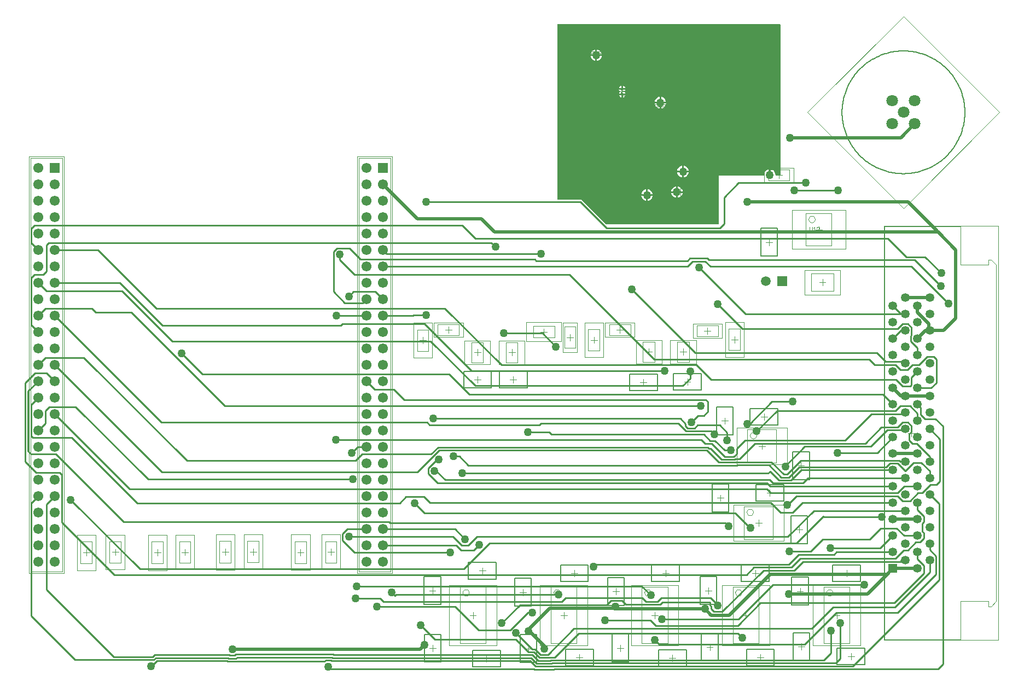
<source format=gbl>
G04*
G04 #@! TF.GenerationSoftware,Altium Limited,Altium Designer,19.0.15 (446)*
G04*
G04 Layer_Physical_Order=2*
G04 Layer_Color=16711680*
%FSLAX25Y25*%
%MOIN*%
G70*
G01*
G75*
%ADD11C,0.00394*%
%ADD14C,0.00787*%
%ADD16C,0.01000*%
%ADD17C,0.00197*%
%ADD75C,0.01968*%
%ADD78C,0.07087*%
%ADD79R,0.05906X0.05906*%
%ADD80C,0.05906*%
%ADD81C,0.06102*%
%ADD82R,0.06102X0.06102*%
%ADD83C,0.05315*%
%ADD84R,0.05315X0.05315*%
%ADD85C,0.05000*%
%ADD86C,0.01968*%
G36*
X465394Y394267D02*
X465394Y302948D01*
X464926Y302480D01*
X462620D01*
X462448Y302677D01*
X462327Y303591D01*
X461974Y304442D01*
X461413Y305173D01*
X460682Y305734D01*
X459831Y306087D01*
X459417Y306142D01*
Y302677D01*
X458417D01*
Y306142D01*
X458004Y306087D01*
X457152Y305734D01*
X456421Y305173D01*
X455860Y304442D01*
X455507Y303591D01*
X455387Y302677D01*
X455214Y302480D01*
X427953D01*
X427953Y273145D01*
X427485Y272677D01*
X359069D01*
X344518Y287228D01*
X344093Y287513D01*
X343590Y287613D01*
X329646D01*
Y394543D01*
X368779Y394593D01*
Y394593D01*
X368785D01*
X369213Y394594D01*
X369214Y394593D01*
X465040Y394620D01*
X465394Y394267D01*
D02*
G37*
%LPC*%
G36*
X353650Y379134D02*
Y376169D01*
X356614D01*
X356559Y376583D01*
X356207Y377434D01*
X355646Y378165D01*
X354915Y378726D01*
X354063Y379079D01*
X353650Y379134D01*
D02*
G37*
G36*
X352650D02*
X352236Y379079D01*
X351384Y378726D01*
X350653Y378165D01*
X350092Y377434D01*
X349740Y376583D01*
X349685Y376169D01*
X352650D01*
Y379134D01*
D02*
G37*
G36*
X356614Y375169D02*
X353650D01*
Y372205D01*
X354063Y372259D01*
X354915Y372612D01*
X355646Y373173D01*
X356207Y373904D01*
X356559Y374756D01*
X356614Y375169D01*
D02*
G37*
G36*
X352650D02*
X349685D01*
X349740Y374756D01*
X350092Y373904D01*
X350653Y373173D01*
X351384Y372612D01*
X352236Y372259D01*
X352650Y372205D01*
Y375169D01*
D02*
G37*
G36*
X369429Y357054D02*
Y355630D01*
X370853D01*
X370798Y355904D01*
X370360Y356561D01*
X370051Y356767D01*
X369703Y356999D01*
X369429Y357054D01*
D02*
G37*
G36*
X368429D02*
X368155Y356999D01*
X367499Y356561D01*
X367060Y355904D01*
X367005Y355630D01*
X368429D01*
Y357054D01*
D02*
G37*
G36*
X370853Y354630D02*
X367005D01*
X367060Y354356D01*
X367354Y353916D01*
X367457Y353555D01*
X367354Y353195D01*
X367060Y352755D01*
X367005Y352480D01*
X370853D01*
X370798Y352755D01*
X370504Y353195D01*
X370401Y353555D01*
X370504Y353916D01*
X370798Y354356D01*
X370853Y354630D01*
D02*
G37*
G36*
Y351480D02*
X369429D01*
Y350057D01*
X369703Y350111D01*
X370360Y350550D01*
X370798Y351206D01*
X370853Y351480D01*
D02*
G37*
G36*
X368429D02*
X367005D01*
X367060Y351206D01*
X367499Y350550D01*
X368155Y350111D01*
X368429Y350057D01*
Y351480D01*
D02*
G37*
G36*
X392744Y350275D02*
Y347311D01*
X395709D01*
X395654Y347725D01*
X395301Y348576D01*
X394740Y349307D01*
X394009Y349868D01*
X393158Y350221D01*
X392744Y350275D01*
D02*
G37*
G36*
X391744D02*
X391331Y350221D01*
X390479Y349868D01*
X389748Y349307D01*
X389187Y348576D01*
X388834Y347725D01*
X388780Y347311D01*
X391744D01*
Y350275D01*
D02*
G37*
G36*
X395709Y346311D02*
X392744D01*
Y343347D01*
X393158Y343401D01*
X394009Y343754D01*
X394740Y344315D01*
X395301Y345046D01*
X395654Y345897D01*
X395709Y346311D01*
D02*
G37*
G36*
X391744D02*
X388780D01*
X388834Y345897D01*
X389187Y345046D01*
X389748Y344315D01*
X390479Y343754D01*
X391331Y343401D01*
X391744Y343347D01*
Y346311D01*
D02*
G37*
G36*
X406521Y308266D02*
Y305301D01*
X409486D01*
X409431Y305715D01*
X409079Y306566D01*
X408518Y307297D01*
X407787Y307858D01*
X406935Y308211D01*
X406521Y308266D01*
D02*
G37*
G36*
X405521D02*
X405108Y308211D01*
X404256Y307858D01*
X403525Y307297D01*
X402964Y306566D01*
X402611Y305715D01*
X402557Y305301D01*
X405521D01*
Y308266D01*
D02*
G37*
G36*
X409486Y304301D02*
X406521D01*
Y301337D01*
X406935Y301391D01*
X407787Y301744D01*
X408518Y302305D01*
X408996Y302929D01*
X409079Y303036D01*
X409431Y303888D01*
X409486Y304301D01*
D02*
G37*
G36*
X405521D02*
X402557D01*
X402611Y303888D01*
X402964Y303036D01*
X403525Y302305D01*
X404256Y301744D01*
X405108Y301391D01*
X405521Y301337D01*
Y304301D01*
D02*
G37*
G36*
X402783Y295748D02*
Y292783D01*
X405748D01*
X405693Y293197D01*
X405341Y294049D01*
X404780Y294780D01*
X404048Y295341D01*
X403197Y295693D01*
X402783Y295748D01*
D02*
G37*
G36*
X401783D02*
X401370Y295693D01*
X400518Y295341D01*
X399787Y294780D01*
X399226Y294049D01*
X398873Y293197D01*
X398819Y292783D01*
X401783D01*
Y295748D01*
D02*
G37*
G36*
X384634Y293940D02*
Y290976D01*
X387598D01*
X387544Y291389D01*
X387191Y292241D01*
X386630Y292972D01*
X385899Y293533D01*
X385048Y293885D01*
X384634Y293940D01*
D02*
G37*
G36*
X383634D02*
X383220Y293885D01*
X382369Y293533D01*
X381638Y292972D01*
X381077Y292241D01*
X380724Y291389D01*
X380669Y290976D01*
X383634D01*
Y293940D01*
D02*
G37*
G36*
X405748Y291783D02*
X402783D01*
Y288819D01*
X403197Y288874D01*
X404048Y289226D01*
X404780Y289787D01*
X405341Y290518D01*
X405693Y291370D01*
X405748Y291783D01*
D02*
G37*
G36*
X401783D02*
X398819D01*
X398873Y291370D01*
X399226Y290518D01*
X399787Y289787D01*
X400518Y289226D01*
X401370Y288874D01*
X401783Y288819D01*
Y291783D01*
D02*
G37*
G36*
X387598Y289976D02*
X384634D01*
Y287011D01*
X385048Y287066D01*
X385899Y287418D01*
X386630Y287979D01*
X387191Y288710D01*
X387544Y289562D01*
X387598Y289976D01*
D02*
G37*
G36*
X383634D02*
X380669D01*
X380724Y289562D01*
X381077Y288710D01*
X381638Y287979D01*
X382369Y287418D01*
X383220Y287066D01*
X383634Y287011D01*
Y289976D01*
D02*
G37*
%LPD*%
D11*
X483280Y270843D02*
Y268875D01*
X483673Y268481D01*
X484460D01*
X484854Y268875D01*
Y270843D01*
X485641Y268481D02*
X486428D01*
X486034D01*
Y270843D01*
X485641Y270449D01*
X489183Y268481D02*
X487609D01*
X489183Y270056D01*
Y270449D01*
X488790Y270843D01*
X488002D01*
X487609Y270449D01*
X450787Y143976D02*
X450524Y144961D01*
X449803Y145681D01*
X448819Y145945D01*
X447835Y145681D01*
X447114Y144961D01*
X446850Y143976D01*
X447114Y142992D01*
X447835Y142272D01*
X448819Y142008D01*
X449803Y142272D01*
X450524Y142992D01*
X450787Y143976D01*
X448701Y97165D02*
X448437Y98150D01*
X447717Y98870D01*
X446732Y99134D01*
X445748Y98870D01*
X445027Y98150D01*
X444764Y97165D01*
X445027Y96181D01*
X445748Y95461D01*
X446732Y95197D01*
X447717Y95461D01*
X448437Y96181D01*
X448701Y97165D01*
X371488Y352571D02*
X371187Y353497D01*
X370400Y354069D01*
X369427D01*
X368639Y353497D01*
X368339Y352571D01*
X368639Y351645D01*
X369427Y351073D01*
X370400D01*
X371187Y351645D01*
X371488Y352571D01*
X486417Y275781D02*
X486154Y276765D01*
X485433Y277485D01*
X484449Y277749D01*
X483465Y277485D01*
X482744Y276765D01*
X482480Y275781D01*
X482744Y274796D01*
X483465Y274076D01*
X484449Y273812D01*
X485433Y274076D01*
X486154Y274796D01*
X486417Y275781D01*
X497312Y48156D02*
X497048Y49140D01*
X496328Y49861D01*
X495343Y50125D01*
X494359Y49861D01*
X493639Y49140D01*
X493375Y48156D01*
X493639Y47172D01*
X494359Y46451D01*
X495343Y46188D01*
X496328Y46451D01*
X497048Y47172D01*
X497312Y48156D01*
X441901Y48156D02*
X441638Y49140D01*
X440917Y49861D01*
X439933Y50125D01*
X438948Y49861D01*
X438228Y49140D01*
X437964Y48156D01*
X438228Y47172D01*
X438948Y46451D01*
X439933Y46188D01*
X440917Y46451D01*
X441638Y47172D01*
X441901Y48156D01*
X386491Y48156D02*
X386227Y49140D01*
X385506Y49861D01*
X384522Y50125D01*
X383538Y49861D01*
X382817Y49140D01*
X382554Y48156D01*
X382817Y47172D01*
X383538Y46451D01*
X384522Y46188D01*
X385506Y46451D01*
X386227Y47172D01*
X386491Y48156D01*
X331080D02*
X330816Y49140D01*
X330096Y49861D01*
X329111Y50125D01*
X328127Y49861D01*
X327407Y49140D01*
X327143Y48156D01*
X327407Y47172D01*
X328127Y46451D01*
X329111Y46188D01*
X330096Y46451D01*
X330816Y47172D01*
X331080Y48156D01*
X275669D02*
X275406Y49140D01*
X274685Y49861D01*
X273701Y50125D01*
X272716Y49861D01*
X271996Y49140D01*
X271732Y48156D01*
X271996Y47172D01*
X272716Y46451D01*
X273701Y46188D01*
X274685Y46451D01*
X275406Y47172D01*
X275669Y48156D01*
X386732Y345630D02*
Y359016D01*
X397756Y345630D02*
Y359016D01*
X386732Y345630D02*
X397756D01*
X386732Y359016D02*
X397756D01*
X244036Y195433D02*
Y208425D01*
X250925Y195433D02*
Y208425D01*
X244036Y195433D02*
X250925D01*
X244036Y208425D02*
X250925D01*
X404646Y277323D02*
Y295433D01*
X414882Y277323D02*
Y295433D01*
X404646D02*
X414882D01*
X404646Y277323D02*
X414882D01*
X458130Y305925D02*
X470925D01*
X458130Y299429D02*
X470925D01*
X458130D02*
Y305925D01*
X470925Y299429D02*
Y305925D01*
X381670Y188780D02*
X388757D01*
X381670Y200984D02*
X388757D01*
Y188780D02*
Y200984D01*
X381670Y188780D02*
Y200984D01*
X445276Y127441D02*
X462992D01*
X445276Y147520D02*
X462992D01*
Y127441D02*
Y147520D01*
X445276Y127441D02*
Y147520D01*
X123543Y79567D02*
X130630D01*
X123543Y66181D02*
X130630D01*
Y79567D01*
X123543Y66181D02*
Y79567D01*
X443189Y80630D02*
Y100709D01*
X460906Y80630D02*
Y100709D01*
X443189D02*
X460906D01*
X443189Y80630D02*
X460906D01*
X298167Y188465D02*
Y200669D01*
X305253Y188465D02*
Y200669D01*
X298167D02*
X305253D01*
X298167Y188465D02*
X305253D01*
X277222D02*
Y200669D01*
X284308Y188465D02*
Y200669D01*
X277222D02*
X284308D01*
X277222Y188465D02*
X284308D01*
X402615Y188780D02*
Y200984D01*
X409702Y188780D02*
Y200984D01*
X402615D02*
X409702D01*
X402615Y188780D02*
X409702D01*
X373063Y349421D02*
Y357689D01*
X364795Y349421D02*
Y357689D01*
Y349421D02*
X373063D01*
X364795Y357689D02*
X373063D01*
X338346Y343386D02*
X350157D01*
Y355197D01*
X338346D02*
X350157D01*
X338346Y343386D02*
Y355197D01*
X227886Y61008D02*
Y313016D01*
X208398D02*
X227886D01*
X208398Y61008D02*
Y313016D01*
Y61008D02*
X227886D01*
X497716Y231929D02*
Y242559D01*
X484331Y231929D02*
Y242559D01*
Y231929D02*
X497716D01*
X484331Y242559D02*
X497716D01*
X348976Y319095D02*
Y329724D01*
X369449Y319095D02*
Y329724D01*
X348976D02*
X369449D01*
X348976Y319095D02*
X369449D01*
X480905Y259639D02*
X496654D01*
X480905Y279324D02*
X496654D01*
Y259639D02*
Y279324D01*
X480905Y259639D02*
Y279324D01*
X575628Y247988D02*
X592203D01*
X575274D02*
Y270913D01*
X528819Y271220D02*
X575274D01*
X528818Y19607D02*
X575275D01*
X528819Y19606D02*
Y271220D01*
X575276Y19606D02*
Y42834D01*
X575280Y42838D01*
X592205D01*
X596929Y42834D02*
Y247992D01*
X593780Y251141D02*
X596929Y247992D01*
X592205Y251141D02*
X593780D01*
X592205Y247990D02*
Y251141D01*
X593780Y39685D02*
X596929Y42834D01*
X592205Y39685D02*
X593780D01*
X592205D02*
Y42838D01*
X333798Y197165D02*
X340491D01*
X333798Y210157D02*
X340491D01*
X333798Y197165D02*
Y210157D01*
X340491Y197165D02*
Y210157D01*
X491800Y17152D02*
Y51601D01*
X507548Y17152D02*
Y51601D01*
X491800D02*
X507548D01*
X491800Y17152D02*
X507548D01*
X140650Y79567D02*
X147539D01*
X140650Y66575D02*
X147539D01*
Y79567D01*
X140650Y66575D02*
Y79567D01*
X82205Y65905D02*
Y79291D01*
X89291Y65905D02*
Y79291D01*
X82205Y65905D02*
X89291D01*
X82205Y79291D02*
X89291D01*
X169449Y79409D02*
X176535D01*
X169449Y66024D02*
X176535D01*
Y79409D01*
X169449Y66024D02*
Y79409D01*
X188090Y79410D02*
X194980D01*
X188090Y66418D02*
X194980D01*
Y79410D01*
X188090Y66418D02*
Y79410D01*
X38858Y79331D02*
X45945D01*
X38858Y65945D02*
X45945D01*
Y79331D01*
X38858Y65945D02*
Y79331D01*
X56594Y79331D02*
X63484D01*
X56594Y66339D02*
X63484D01*
Y79331D01*
X56594Y66339D02*
Y79331D01*
X99035Y79292D02*
X105925D01*
X99035Y66299D02*
X105925D01*
Y79292D01*
X99035Y66299D02*
Y79292D01*
X436389Y17152D02*
Y51601D01*
X452137Y17152D02*
Y51601D01*
X436389D02*
X452137D01*
X436389Y17152D02*
X452137D01*
X380979D02*
Y51601D01*
X396727Y17152D02*
Y51601D01*
X380979D02*
X396727D01*
X380979Y17152D02*
X396727D01*
X325568D02*
Y51601D01*
X341316Y17152D02*
Y51601D01*
X325568D02*
X341316D01*
X325568Y17152D02*
X341316D01*
X270157D02*
Y51601D01*
X285905Y17152D02*
Y51601D01*
X270157D02*
X285905D01*
X270157Y17152D02*
X285905D01*
X374016Y204921D02*
Y211614D01*
X361024Y204921D02*
Y211614D01*
Y204921D02*
X374016D01*
X361024Y211614D02*
X374016D01*
X348327Y208622D02*
X355217D01*
X348327Y195630D02*
X355217D01*
Y208622D01*
X348327Y195630D02*
Y208622D01*
X433957Y208937D02*
X440847D01*
X433957Y195945D02*
X440847D01*
Y208937D01*
X433957Y195945D02*
Y208937D01*
X414449Y204291D02*
Y210984D01*
X427441Y204291D02*
Y210984D01*
X414449D02*
X427441D01*
X414449Y204291D02*
X427441D01*
X269646Y204961D02*
Y211653D01*
X256654Y204961D02*
Y211653D01*
Y204961D02*
X269646D01*
X256654Y211653D02*
X269646D01*
X327695Y203681D02*
Y210571D01*
X314703Y203681D02*
Y210571D01*
Y203681D02*
X327695D01*
X314703Y210571D02*
X327695D01*
X27886Y61008D02*
Y313016D01*
X8398D02*
X27886D01*
X8398Y61008D02*
Y313016D01*
Y61008D02*
X27886D01*
X347638Y363464D02*
X358661D01*
X347638Y376850D02*
X358661D01*
X347638Y363464D02*
Y376850D01*
X358661Y363464D02*
Y376850D01*
X390276Y352323D02*
X394213D01*
X392244Y350354D02*
Y354291D01*
X422362Y12992D02*
Y16929D01*
X420394Y14961D02*
X424331D01*
X367874Y12480D02*
Y16417D01*
X365906Y14449D02*
X369843D01*
X284291Y7992D02*
X288228D01*
X286260Y6024D02*
Y9961D01*
X311732Y12087D02*
Y16024D01*
X309764Y14055D02*
X313701D01*
X245512Y201929D02*
X249449D01*
X247480Y199961D02*
Y203898D01*
X407795Y286378D02*
X411732D01*
X409764Y284409D02*
Y288346D01*
X464528Y300709D02*
Y304646D01*
X462559Y302677D02*
X466496D01*
X408701Y174646D02*
Y178583D01*
X406732Y176614D02*
X410669D01*
X381969Y174449D02*
Y178386D01*
X380000Y176417D02*
X383937D01*
X302638Y176024D02*
Y179961D01*
X300669Y177992D02*
X304606D01*
X280827Y176024D02*
Y179961D01*
X278858Y177992D02*
X282795D01*
X253504Y12365D02*
Y16302D01*
X251535Y14334D02*
X255472D01*
X281811Y61496D02*
X285748D01*
X283780Y59528D02*
Y63465D01*
X340984Y8583D02*
X344921D01*
X342953Y6614D02*
Y10551D01*
X397598Y8228D02*
X401535D01*
X399567Y6260D02*
Y10197D01*
X419528Y49409D02*
X423465D01*
X421496Y47441D02*
Y51378D01*
X503780Y60000D02*
X507717D01*
X505748Y58032D02*
Y61969D01*
X506496Y9449D02*
X510433D01*
X508465Y7480D02*
Y11417D01*
X451220Y8622D02*
X455157D01*
X453189Y6654D02*
Y10591D01*
X478071Y13268D02*
Y17205D01*
X476102Y15236D02*
X480039D01*
X475394Y49094D02*
X479331D01*
X477362Y47126D02*
Y51063D01*
X481902Y340857D02*
X540363Y282396D01*
X481902Y340857D02*
X540363Y399319D01*
X598825Y340857D01*
X540363Y282396D02*
X598825Y340857D01*
X385214Y192913D02*
Y196850D01*
X383245Y194882D02*
X387182D01*
X454134Y135512D02*
Y139449D01*
X452165Y137480D02*
X456102D01*
X448071Y59921D02*
X452008D01*
X450039Y57953D02*
Y61890D01*
X393425Y60000D02*
X397362D01*
X395394Y58032D02*
Y61969D01*
X337874Y59921D02*
X341811D01*
X339843Y57953D02*
Y61890D01*
X458454Y259750D02*
Y263687D01*
X456485Y261719D02*
X460422D01*
X408296Y305301D02*
X412233D01*
X410265Y303333D02*
Y307270D01*
X384134Y284764D02*
Y288701D01*
X382165Y286732D02*
X386102D01*
X127087Y70906D02*
Y74843D01*
X125118Y72874D02*
X129055D01*
X365197Y46929D02*
Y50866D01*
X363228Y48898D02*
X367165D01*
X308465Y46417D02*
Y50354D01*
X306496Y48386D02*
X310433D01*
X253346Y47402D02*
Y51339D01*
X251378Y49370D02*
X255315D01*
X477992Y123583D02*
Y127520D01*
X476024Y125551D02*
X479961D01*
X476969Y84528D02*
Y88465D01*
X475000Y86496D02*
X478937D01*
X453504Y155407D02*
X457441D01*
X455472Y153438D02*
Y157375D01*
X457008Y108937D02*
X460945D01*
X458976Y106969D02*
Y110906D01*
X428858Y103858D02*
Y107795D01*
X426890Y105827D02*
X430827D01*
X431378Y150866D02*
Y154803D01*
X429409Y152835D02*
X433346D01*
X450079Y90669D02*
X454016D01*
X452047Y88701D02*
Y92638D01*
X299741Y194567D02*
X303678D01*
X301710Y192598D02*
Y196535D01*
X278797Y194567D02*
X282734D01*
X280765Y192598D02*
Y196535D01*
X404190Y194882D02*
X408127D01*
X406158Y192913D02*
Y196850D01*
X366961Y353555D02*
X370898D01*
X368929Y351587D02*
Y355524D01*
X344252Y347323D02*
Y351260D01*
X342283Y349291D02*
X346220D01*
X489055Y237244D02*
X492992D01*
X491024Y235276D02*
Y239213D01*
X357244Y324409D02*
X361181D01*
X359213Y322441D02*
Y326378D01*
X488780Y267513D02*
Y271450D01*
X486811Y269481D02*
X490748D01*
X545128Y143444D02*
Y147381D01*
X543159Y145413D02*
X547096D01*
X337145Y201693D02*
Y205630D01*
X335176Y203661D02*
X339113D01*
X497706Y34377D02*
X501643D01*
X499674Y32408D02*
Y36345D01*
X144094Y71103D02*
Y75040D01*
X142126Y73071D02*
X146063D01*
X83780Y72598D02*
X87717D01*
X85748Y70630D02*
Y74567D01*
X172992Y70748D02*
Y74685D01*
X171024Y72716D02*
X174961D01*
X191535Y70945D02*
Y74882D01*
X189567Y72914D02*
X193504D01*
X42402Y70669D02*
Y74606D01*
X40433Y72638D02*
X44370D01*
X60039Y70866D02*
Y74803D01*
X58071Y72835D02*
X62008D01*
X102480Y70827D02*
Y74764D01*
X100512Y72795D02*
X104449D01*
X442295Y34377D02*
X446232D01*
X444263Y32408D02*
Y36345D01*
X386884Y34377D02*
X390821D01*
X388853Y32408D02*
Y36345D01*
X331474Y34377D02*
X335411D01*
X333442Y32408D02*
Y36345D01*
X276063Y34377D02*
X280000D01*
X278031Y32408D02*
Y36345D01*
X365551Y208268D02*
X369488D01*
X367520Y206299D02*
Y210236D01*
X351772Y200158D02*
Y204095D01*
X349803Y202126D02*
X353740D01*
X437402Y200472D02*
Y204409D01*
X435433Y202441D02*
X439370D01*
X418976Y207638D02*
X422913D01*
X420945Y205669D02*
Y209606D01*
X261181Y208307D02*
X265118D01*
X263150Y206339D02*
Y210276D01*
X319231Y207126D02*
X323168D01*
X321199Y205157D02*
Y209094D01*
X353150Y368189D02*
Y372126D01*
X351181Y370157D02*
X355118D01*
D14*
X566810Y314410D02*
X567505Y315124D01*
X568180Y315856D01*
X568836Y316605D01*
X569471Y317371D01*
X570086Y318155D01*
X570680Y318954D01*
X571252Y319769D01*
X571803Y320599D01*
X572331Y321443D01*
X572836Y322301D01*
X573319Y323171D01*
X573778Y324055D01*
X574214Y324951D01*
X574625Y325857D01*
X575012Y326775D01*
X575375Y327702D01*
X575713Y328639D01*
X576025Y329584D01*
X576313Y330537D01*
X576575Y331498D01*
X576811Y332465D01*
X577022Y333439D01*
X577206Y334417D01*
X577364Y335400D01*
X577497Y336387D01*
X577602Y337377D01*
X577682Y338370D01*
X577735Y339364D01*
X577761Y340359D01*
Y341355D01*
X577735Y342351D01*
X577682Y343345D01*
X577602Y344337D01*
X577497Y345327D01*
X577364Y346315D01*
X577206Y347298D01*
X577022Y348276D01*
X576811Y349249D01*
X576575Y350217D01*
X576313Y351177D01*
X576025Y352131D01*
X575713Y353076D01*
X575375Y354013D01*
X575012Y354940D01*
X574625Y355857D01*
X574214Y356764D01*
X573778Y357660D01*
X573319Y358543D01*
X572836Y359414D01*
X572331Y360272D01*
X571803Y361116D01*
X571252Y361946D01*
X570680Y362761D01*
X570086Y363560D01*
X569471Y364343D01*
X568836Y365110D01*
X568180Y365859D01*
X567505Y366591D01*
X566810Y367304D01*
X566097Y367999D01*
X565365Y368674D01*
X564616Y369330D01*
X563849Y369966D01*
X563066Y370580D01*
X562267Y371174D01*
X561452Y371746D01*
X560622Y372297D01*
X559778Y372825D01*
X558920Y373331D01*
X558049Y373813D01*
X557165Y374272D01*
X556270Y374708D01*
X555363Y375119D01*
X554446Y375506D01*
X553518Y375869D01*
X552582Y376207D01*
X551637Y376519D01*
X550683Y376807D01*
X549722Y377069D01*
X548755Y377305D01*
X547782Y377516D01*
X546804Y377700D01*
X545820Y377859D01*
X544834Y377991D01*
X543843Y378097D01*
X542851Y378176D01*
X541856Y378229D01*
X540861Y378256D01*
X539865Y378256D01*
X538870Y378229D01*
X537876Y378176D01*
X536883Y378097D01*
X535893Y377991D01*
X534906Y377859D01*
X533923Y377700D01*
X532945Y377516D01*
X531971Y377305D01*
X531004Y377069D01*
X530043Y376807D01*
X529090Y376520D01*
X528145Y376207D01*
X527208Y375869D01*
X526281Y375506D01*
X525363Y375119D01*
X524457Y374708D01*
X523561Y374272D01*
X522677Y373813D01*
X521806Y373331D01*
X520949Y372825D01*
X520104Y372297D01*
X519275Y371747D01*
X518460Y371174D01*
X517661Y370581D01*
X516877Y369966D01*
X516111Y369330D01*
X515361Y368674D01*
X514630Y367999D01*
X513916Y367304D01*
X513916Y367304D02*
X513222Y366591D01*
X512546Y365859D01*
X511890Y365110D01*
X511255Y364343D01*
X510640Y363560D01*
X510046Y362761D01*
X509474Y361946D01*
X508923Y361116D01*
X508395Y360272D01*
X507890Y359414D01*
X507407Y358543D01*
X506948Y357660D01*
X506513Y356764D01*
X506101Y355857D01*
X505714Y354940D01*
X505351Y354013D01*
X505014Y353076D01*
X504701Y352131D01*
X504414Y351177D01*
X504151Y350217D01*
X503915Y349249D01*
X503705Y348276D01*
X503520Y347298D01*
X503362Y346315D01*
X503230Y345328D01*
X503124Y344338D01*
X503044Y343345D01*
X502991Y342351D01*
X502965Y341355D01*
Y340359D01*
X502991Y339364D01*
X503044Y338370D01*
X503124Y337377D01*
X503230Y336387D01*
X503362Y335400D01*
X503520Y334417D01*
X503705Y333439D01*
X503915Y332466D01*
X504151Y331498D01*
X504414Y330538D01*
X504701Y329584D01*
X505014Y328639D01*
X505351Y327702D01*
X505714Y326775D01*
X506101Y325857D01*
X506513Y324951D01*
X506948Y324055D01*
X507407Y323172D01*
X507890Y322301D01*
X508395Y321443D01*
X508923Y320599D01*
X509474Y319769D01*
X510046Y318954D01*
X510640Y318155D01*
X511255Y317372D01*
X511890Y316605D01*
X512546Y315856D01*
X513222Y315124D01*
X513916Y314410D01*
X514630Y313716D01*
X515361Y313040D01*
X516111Y312385D01*
X516877Y311749D01*
X517660Y311134D01*
X518460Y310541D01*
X519274Y309968D01*
X520104Y309418D01*
X520948Y308890D01*
X521806Y308384D01*
X522677Y307902D01*
X523561Y307442D01*
X524456Y307007D01*
X525363Y306595D01*
X526280Y306208D01*
X527208Y305846D01*
X528144Y305508D01*
X529090Y305195D01*
X530043Y304908D01*
X531004Y304646D01*
X531971Y304409D01*
X532944Y304199D01*
X533923Y304014D01*
X534906Y303856D01*
X535893Y303724D01*
X536883Y303618D01*
X537875Y303539D01*
X538870Y303486D01*
X539865Y303459D01*
X540861Y303459D01*
X541856Y303486D01*
X542851Y303539D01*
X543843Y303618D01*
X544833Y303724D01*
X545820Y303856D01*
X546803Y304014D01*
X547782Y304199D01*
X548755Y304409D01*
X549722Y304646D01*
X550683Y304908D01*
X551636Y305195D01*
X552582Y305508D01*
X553518Y305846D01*
X554446Y306208D01*
X555363Y306595D01*
X556270Y307007D01*
X557165Y307442D01*
X558049Y307901D01*
X558920Y308384D01*
X559778Y308889D01*
X560622Y309418D01*
X561452Y309968D01*
X562266Y310540D01*
X563066Y311134D01*
X563849Y311749D01*
X564615Y312385D01*
X565365Y313040D01*
X566096Y313716D01*
X566810Y314410D01*
X417330Y6484D02*
Y23437D01*
X427394D01*
Y6484D02*
Y23437D01*
X417330Y6484D02*
X427394D01*
X362842Y5972D02*
Y22926D01*
X372906D01*
Y5972D02*
Y22926D01*
X362842Y5972D02*
X372906D01*
X277783Y2960D02*
X294737D01*
X277783D02*
Y13024D01*
X294737D01*
Y2960D02*
Y13024D01*
X306700Y5578D02*
Y22532D01*
X316764D01*
Y5578D02*
Y22532D01*
X306700Y5578D02*
X316764D01*
X400224Y171582D02*
Y181646D01*
Y171582D02*
X417178D01*
Y181646D01*
X400224D02*
X417178D01*
X373492Y171385D02*
Y181449D01*
Y171385D02*
X390445D01*
Y181449D01*
X373492D02*
X390445D01*
X294161Y172960D02*
Y183024D01*
Y172960D02*
X311115D01*
Y183024D01*
X294161D02*
X311115D01*
X272350Y172960D02*
Y183024D01*
Y172960D02*
X289304D01*
Y183024D01*
X272350D02*
X289304D01*
X248472Y5857D02*
Y22811D01*
X258536D01*
Y5857D02*
Y22811D01*
X248472Y5857D02*
X258536D01*
X275303Y56464D02*
X292256D01*
X275303D02*
Y66528D01*
X292256D01*
Y56464D02*
Y66528D01*
X334476Y3551D02*
X351430D01*
X334476D02*
Y13615D01*
X351430D01*
Y3551D02*
Y13615D01*
X391090Y3196D02*
X408044D01*
X391090D02*
Y13260D01*
X408044D01*
Y3196D02*
Y13260D01*
X416464Y57886D02*
X426528D01*
X416464Y40933D02*
Y57886D01*
Y40933D02*
X426528D01*
Y57886D01*
X497271Y54968D02*
X514225D01*
X497271D02*
Y65032D01*
X514225D01*
Y54968D02*
Y65032D01*
X499988Y4417D02*
X516941D01*
X499988D02*
Y14481D01*
X516941D01*
Y4417D02*
Y14481D01*
X444712Y3590D02*
X461666D01*
X444712D02*
Y13654D01*
X461666D01*
Y3590D02*
Y13654D01*
X473039Y6759D02*
Y23713D01*
X483103D01*
Y6759D02*
Y23713D01*
X473039Y6759D02*
X483103D01*
X472330Y57571D02*
X482394D01*
X472330Y40618D02*
Y57571D01*
Y40618D02*
X482394D01*
Y57571D01*
X441563Y54889D02*
X458516D01*
X441563D02*
Y64953D01*
X458516D01*
Y54889D02*
Y64953D01*
X386917Y54968D02*
X403870D01*
X386917D02*
Y65032D01*
X403870D01*
Y54968D02*
Y65032D01*
X331366Y54889D02*
X348319D01*
X331366D02*
Y64953D01*
X348319D01*
Y54889D02*
Y64953D01*
X453422Y253242D02*
Y270195D01*
X463486D01*
Y253242D02*
Y270195D01*
X453422Y253242D02*
X463486D01*
X401788Y310333D02*
X418741D01*
Y300269D02*
Y310333D01*
X401788Y300269D02*
X418741D01*
X401788D02*
Y310333D01*
X389166Y278256D02*
Y295209D01*
X379102Y278256D02*
X389166D01*
X379102D02*
Y295209D01*
X389166D01*
X370229Y40421D02*
Y57374D01*
X360165Y40421D02*
X370229D01*
X360165D02*
Y57374D01*
X370229D01*
X313496Y39909D02*
Y56863D01*
X303433Y39909D02*
X313496D01*
X303433D02*
Y56863D01*
X313496D01*
X258378Y40893D02*
Y57847D01*
X248315Y40893D02*
X258378D01*
X248315D02*
Y57847D01*
X258378D01*
X483024Y117074D02*
Y134028D01*
X472960Y117074D02*
X483024D01*
X472960D02*
Y134028D01*
X483024D01*
X482000Y78019D02*
Y94973D01*
X471937Y78019D02*
X482000D01*
X471937D02*
Y94973D01*
X482000D01*
X446996Y150375D02*
X463949D01*
X446996D02*
Y160439D01*
X463949D01*
Y150375D02*
Y160439D01*
X450500Y103905D02*
X467453D01*
X450500D02*
Y113969D01*
X467453D01*
Y103905D02*
Y113969D01*
X423826Y97350D02*
Y114304D01*
X433890D01*
Y97350D02*
Y114304D01*
X423826Y97350D02*
X433890D01*
X426346Y144358D02*
Y161311D01*
X436410D01*
Y144358D02*
Y161311D01*
X426346Y144358D02*
X436410D01*
D16*
X311575Y146142D02*
X324358D01*
X325762Y144738D01*
X403270Y151255D02*
X408000Y146525D01*
X250038Y152000D02*
X251625Y150413D01*
X319376Y151255D02*
X403270D01*
X318533Y150413D02*
X319376Y151255D01*
X251625Y150413D02*
X318533D01*
X35630Y7165D02*
X83575D01*
X8800Y33995D02*
X35630Y7165D01*
X8800Y33995D02*
Y102670D01*
X561403Y1575D02*
X564400Y4572D01*
X327670Y1575D02*
X561403D01*
X564400Y4572D02*
Y149568D01*
X538878Y217913D02*
X541378D01*
X533878Y222913D02*
X538878Y217913D01*
Y207913D02*
X541378D01*
X533878Y202913D02*
X538878Y207913D01*
X189882Y3124D02*
X191431Y1575D01*
X315330D01*
X509519Y3362D02*
X562110Y55954D01*
X326929Y3362D02*
X509519D01*
X562110Y55954D02*
Y102181D01*
X499500Y35900D02*
X536904D01*
X560323Y59319D01*
Y70477D01*
X497500Y39200D02*
X535019D01*
X556378Y60559D01*
Y67913D01*
X453300Y42000D02*
X534823D01*
X552823Y60000D01*
Y64547D01*
X560000Y153968D02*
X564400Y149568D01*
X473639Y293301D02*
X500539D01*
X426925Y40400D02*
X427213Y40687D01*
X230500Y46400D02*
X231029Y46929D01*
X539000Y66900D02*
Y67913D01*
X529500Y188900D02*
X541378D01*
X540784Y147181D02*
Y147913D01*
X439919Y297953D02*
X480709D01*
X431063Y272835D02*
Y289097D01*
X428543Y270315D02*
X431063Y272835D01*
X359575Y270315D02*
X428543D01*
X431063Y289097D02*
X439919Y297953D01*
X343590Y286300D02*
X359575Y270315D01*
X249400Y286300D02*
X343590D01*
X408787Y250472D02*
X410215Y251901D01*
X316607Y250472D02*
X408787D01*
X315679Y251400D02*
X316607Y250472D01*
X88553Y121601D02*
X244040D01*
X210526Y132600D02*
X252511D01*
X256707Y136795D02*
X421108D01*
X252511Y132600D02*
X256707Y136795D01*
X257447Y135008D02*
X420368D01*
X244040Y121601D02*
X257447Y135008D01*
X470000Y82300D02*
X485700Y98000D01*
X541291D01*
X541378Y97913D01*
X426761Y40236D02*
X426925Y40400D01*
X36000Y161400D02*
X80116Y117283D01*
X204764D01*
X275252Y125772D02*
X438990D01*
X269803Y131220D02*
X275252Y125772D01*
X266339Y131220D02*
X269803D01*
X254646Y122480D02*
X255520D01*
X253141Y126268D02*
X256558Y129685D01*
X253077Y126268D02*
X253141D01*
X250858Y124049D02*
X253077Y126268D01*
X250858Y120598D02*
Y124049D01*
X255520Y122480D02*
X261134Y116866D01*
X250858Y120598D02*
X256557Y114900D01*
X420368Y135008D02*
X427817Y127559D01*
X421108Y136795D02*
X421817Y136087D01*
X422864D01*
X256557Y114900D02*
X457163D01*
X422864Y136087D02*
X429604Y129346D01*
X459866Y127811D02*
X467449Y120228D01*
X431391Y131134D02*
X436769D01*
X423502Y139024D02*
X431391Y131134D01*
X429604Y129346D02*
X437509D01*
X438502Y127811D02*
X459866D01*
X427817Y127559D02*
X438249D01*
X437761Y129598D02*
X440500D01*
X439242Y126024D02*
X458417D01*
X438990Y125772D02*
X439242Y126024D01*
X438249Y127559D02*
X438502Y127811D01*
X437509Y129346D02*
X437761Y129598D01*
X437021Y131386D02*
X437373D01*
X436769Y131134D02*
X437021Y131386D01*
X437373D02*
X438987Y133000D01*
X440500Y129598D02*
X449902Y139000D01*
X458417Y126024D02*
X466000Y118441D01*
X271457Y120905D02*
X457879D01*
X459074Y122100D01*
X464520Y116654D01*
X256795Y129449D02*
X257244D01*
X256558Y129685D02*
X256795Y129449D01*
X445315Y150945D02*
X446745D01*
X460301Y164500D01*
X446762Y87638D02*
X447205D01*
X437700Y96700D02*
X446762Y87638D01*
X469410Y101654D02*
X469953D01*
X475200Y106900D01*
X468465Y124921D02*
Y125465D01*
X480200Y137200D01*
X477937Y128645D02*
X537865D01*
X469520Y120228D02*
X477937Y128645D01*
X467449Y120228D02*
X469520D01*
X440000Y31900D02*
X460935Y52835D01*
X516653D01*
X426925Y40400D02*
X427071D01*
X422513Y40523D02*
Y42200D01*
Y40523D02*
X423283Y39752D01*
Y38329D02*
Y39752D01*
Y38329D02*
X425000Y36613D01*
X422825Y45075D02*
X427213Y40687D01*
X223387Y42567D02*
X332015D01*
X334524Y45075D02*
X381250D01*
X332015Y42567D02*
X334524Y45075D01*
X231029Y46929D02*
X330118D01*
X491910Y94213D02*
X527008D01*
X491611Y94511D02*
X491910Y94213D01*
X475300Y78200D02*
X491611Y94511D01*
X277160Y183200D02*
X395000D01*
X300700Y25400D02*
X311363Y36063D01*
X314016D01*
X327504Y1409D02*
X327670Y1575D01*
X315496Y1409D02*
X327504D01*
X326764Y3197D02*
X326929Y3362D01*
X326189Y5150D02*
X499050D01*
X326024Y4984D02*
X326189Y5150D01*
X325449Y6937D02*
X491737D01*
X325283Y6772D02*
X325449Y6937D01*
X324708Y8724D02*
X327974D01*
X324543Y8559D02*
X324708Y8724D01*
X318457Y8559D02*
X324543D01*
X323803Y10346D02*
X339656Y26200D01*
X319197Y10346D02*
X323803D01*
X315330Y1575D02*
X315496Y1409D01*
X312819Y6614D02*
X316236Y3197D01*
X313559Y8402D02*
X316976Y4984D01*
X314299Y10189D02*
X317717Y6772D01*
X315040Y11976D02*
X318457Y8559D01*
X315780Y13764D02*
X319197Y10346D01*
X317717Y6772D02*
X325283D01*
X316976Y4984D02*
X326024D01*
X316236Y3197D02*
X326764D01*
X327974Y8724D02*
X342452Y23202D01*
X314036Y13764D02*
X315780D01*
X339656Y26200D02*
X484500D01*
X311774Y11976D02*
X315040D01*
X193229Y10189D02*
X314299D01*
X192489Y8402D02*
X313559D01*
X191748Y6614D02*
X312819D01*
X491737Y6937D02*
X496100Y11300D01*
X499050Y5150D02*
X501900Y8000D01*
X82834Y8953D02*
X84070Y10189D01*
X83575Y7165D02*
X84811Y8402D01*
X187700Y6299D02*
X188313Y6912D01*
X128368Y6299D02*
X187700D01*
X134339Y8699D02*
X192191D01*
X133727Y8087D02*
X134339Y8699D01*
X133599Y10487D02*
X192931D01*
X132986Y9874D02*
X133599Y10487D01*
X192931D02*
X193229Y10189D01*
X192191Y8699D02*
X192489Y8402D01*
X191451Y6912D02*
X191748Y6614D01*
X188313Y6912D02*
X191451D01*
X128053Y6614D02*
X128368Y6299D01*
X85551Y6614D02*
X128053D01*
X129108Y8087D02*
X133727D01*
X128793Y8402D02*
X129108Y8087D01*
X84811Y8402D02*
X128793D01*
X129849Y9874D02*
X132986D01*
X129534Y10189D02*
X129849Y9874D01*
X84070Y10189D02*
X129534D01*
X304300Y23500D02*
X314036Y13764D01*
X304038Y19713D02*
X311774Y11976D01*
X82244Y3307D02*
X85551Y6614D01*
X59147Y8953D02*
X82834D01*
X81890Y3307D02*
X82244D01*
X18100Y50000D02*
X59147Y8953D01*
X444187Y217913D02*
X538878D01*
X415800Y246300D02*
X444187Y217913D01*
X460301Y164500D02*
X472700D01*
X194800Y217012D02*
X213142D01*
X23142Y257012D02*
X49488D01*
X85100Y221400D01*
X261000D01*
X295413Y186987D01*
X414187D01*
X423275Y177900D01*
X535812D01*
X539744Y173968D01*
X544549D01*
X545323Y174742D01*
Y179358D01*
X548878Y182913D01*
X23142Y237012D02*
X62688D01*
X88777Y210923D01*
X197523D01*
X198600Y212000D01*
X248360D01*
X277160Y183200D01*
X410600Y178800D02*
Y183000D01*
X406000Y174200D02*
X410600Y178800D01*
X279400Y174200D02*
X406000D01*
X252200Y201400D02*
X279400Y174200D01*
X94800Y201400D02*
X252200D01*
X64100Y232100D02*
X94800Y201400D01*
X18054Y232100D02*
X64100D01*
X13142Y237012D02*
X18054Y232100D01*
X423275Y146525D02*
X425202Y144598D01*
X408000Y146525D02*
X423275D01*
X88154Y152000D02*
X250038D01*
X23142Y217012D02*
X88154Y152000D01*
X538597Y127913D02*
X541378D01*
X537865Y128645D02*
X538597Y127913D01*
X23142Y187012D02*
X88553Y121601D01*
X556378Y127913D02*
Y130992D01*
X548470Y138900D02*
X556378Y130992D01*
X545970Y138900D02*
X548470D01*
X543836Y141034D02*
X545970Y138900D01*
X543836Y141034D02*
Y144792D01*
X545323Y146279D01*
Y149547D01*
X543012Y151858D02*
X545323Y149547D01*
X539744Y151858D02*
X543012D01*
X536854Y148968D02*
X539744Y151858D01*
X527000Y148968D02*
X536854D01*
X517032Y139000D02*
X527000Y148968D01*
X449902Y139000D02*
X517032D01*
X206438Y128513D02*
X210526Y132600D01*
X103887Y128513D02*
X206438D01*
X41000Y191400D02*
X103887Y128513D01*
X17530Y191400D02*
X41000D01*
X13142Y187012D02*
X17530Y191400D01*
X431700Y90700D02*
X433700Y88700D01*
X227500Y90700D02*
X431700D01*
X226800Y91400D02*
X227500Y90700D01*
X65200Y91400D02*
X226800D01*
X24000Y132600D02*
X65200Y91400D01*
X8800Y132600D02*
X24000D01*
X7000Y134400D02*
X8800Y132600D01*
X7000Y134400D02*
Y170870D01*
X13142Y177012D01*
X556378Y107913D02*
X562110Y102181D01*
X32900Y104800D02*
X75100Y62600D01*
X272600D01*
X288200Y78200D01*
X475300D01*
X496100Y11300D02*
Y25000D01*
X18100Y50000D02*
Y101970D01*
X23142Y107012D01*
X392737Y45075D02*
X422825D01*
X390375Y42713D02*
X392737Y45075D01*
X383612Y42713D02*
X390375D01*
X381250Y45075D02*
X383612Y42713D01*
X221354Y44600D02*
X223387Y42567D01*
X206600Y44600D02*
X221354D01*
X261134Y116866D02*
X458772D01*
X460772Y114866D01*
X479071D01*
X482118Y117913D01*
X541378D01*
X457163Y114900D02*
X459150Y112913D01*
X533878D01*
X218474Y231679D02*
X223142Y227012D01*
X205279Y231679D02*
X218474D01*
X202400Y228800D02*
X205279Y231679D01*
X202400Y82300D02*
X265750D01*
X271037Y77013D01*
X275336D01*
X280623Y82300D01*
X470000D01*
X210830Y224700D02*
X213142Y227012D01*
X199900Y224700D02*
X210830D01*
X193113Y231487D02*
X199900Y224700D01*
X193113Y231487D02*
Y256000D01*
X195200Y258087D01*
X202687D01*
X209375Y251400D01*
X315679D01*
X410215Y251901D02*
X420864D01*
X421844Y250921D01*
X547279D01*
X563200Y235000D01*
X228600Y48300D02*
X230500Y46400D01*
X281500Y25400D02*
X300700D01*
X267200Y39700D02*
X281500Y25400D01*
X219600Y39700D02*
X267200D01*
X267088Y87012D02*
X273300Y80800D01*
X223142Y87012D02*
X267088D01*
X223142Y77012D02*
X267788D01*
X270800Y74000D01*
X278600D01*
X281900Y77300D01*
X325762Y144738D02*
X418676D01*
X422603Y140811D01*
X425547D01*
X431437Y134921D01*
X435200D01*
X253800Y154200D02*
X404400D01*
X407500Y151100D01*
Y149813D02*
Y151100D01*
Y149813D02*
X409000Y148313D01*
X413013D01*
X414900Y150200D01*
X428600D01*
X433000Y145800D01*
Y141000D02*
Y145800D01*
X539000Y67913D02*
X541378D01*
X479149Y66900D02*
X539000D01*
X473987Y61738D02*
X479149Y66900D01*
X455125Y61738D02*
X473987D01*
X430000Y36613D02*
X455125Y61738D01*
X425000Y36613D02*
X430000D01*
X393437Y42200D02*
X422513D01*
X392162Y40925D02*
X393437Y42200D01*
X371062Y40925D02*
X392162D01*
X368700Y43287D02*
X371062Y40925D01*
X362087Y43287D02*
X368700D01*
X359579Y40779D02*
X362087Y43287D01*
X306703Y40779D02*
X359579D01*
X295423Y29500D02*
X306703Y40779D01*
X526165Y75200D02*
X533878Y82913D01*
X495800Y75200D02*
X526165D01*
X524365Y133400D02*
X533878Y142913D01*
X500200Y133400D02*
X524365D01*
X527891Y168900D02*
X533878Y162913D01*
X275900Y168900D02*
X527891D01*
X263400Y181400D02*
X275900Y168900D01*
X113100Y181400D02*
X263400D01*
X100600Y193900D02*
X113100Y181400D01*
X541378Y187913D02*
Y188900D01*
X524200Y194200D02*
X529500Y188900D01*
X413600Y194200D02*
X524200D01*
X374900Y232900D02*
X413600Y194200D01*
X484500Y26200D02*
X497500Y39200D01*
X358600Y31200D02*
X386300D01*
X389400Y28100D01*
X439400D01*
X453300Y42000D01*
X548878Y68492D02*
X552823Y64547D01*
X548878Y68492D02*
Y72913D01*
X388800Y19400D02*
X391500Y16700D01*
X480300D01*
X499500Y35900D01*
X556378Y74422D02*
X560323Y70477D01*
X556378Y74422D02*
Y77913D01*
X470700Y73200D02*
X483700D01*
X491100Y80600D01*
X519800D01*
X526600Y87400D01*
X536312D01*
X540799Y82913D01*
X548878D01*
Y152913D02*
Y157334D01*
X544354Y161858D02*
X548878Y157334D01*
X538402Y161858D02*
X544354D01*
X535512Y158968D02*
X538402Y161858D01*
X463368Y158968D02*
X535512D01*
X450900Y146500D02*
X463368Y158968D01*
X553402Y153968D02*
X560000D01*
X550700Y156670D02*
X553402Y153968D01*
X550700Y156670D02*
Y161091D01*
X548878Y162913D02*
X550700Y161091D01*
X196900Y251000D02*
Y254300D01*
Y251000D02*
X205900Y242000D01*
X337000D01*
X388600Y190400D01*
X519358D01*
X522900Y186858D01*
X535512D01*
X538470Y183900D01*
X542944D01*
X545944Y186900D01*
X549786D01*
X554744Y191858D01*
X559000D01*
X560400Y190458D01*
Y176000D02*
Y190458D01*
X557313Y172913D02*
X560400Y176000D01*
X548878Y172913D02*
X557313D01*
X427091Y224109D02*
X442300Y208900D01*
X536786D01*
X539744Y211858D01*
X543012D01*
X545323Y209547D01*
Y204937D02*
Y209547D01*
X544933Y204547D02*
X545323Y204937D01*
X544933Y201279D02*
Y204547D01*
Y201279D02*
X548878Y197334D01*
Y192913D02*
Y197334D01*
X223142Y247012D02*
X408901D01*
X412003Y250113D01*
X419577D01*
X422679Y247012D01*
X545188D01*
X568000Y224200D01*
X8800Y211354D02*
X13142Y207012D01*
X8800Y211354D02*
Y240000D01*
X10800Y242000D01*
X16100D01*
X18100Y244000D01*
Y260000D01*
X19500Y261400D01*
X289300D01*
X291700Y259000D01*
X499562Y72913D02*
X533878D01*
X498057Y71407D02*
X499562Y72913D01*
X476482Y71407D02*
X498057D01*
X470387Y65313D02*
X476482Y71407D01*
X352913Y65313D02*
X470387D01*
X351600Y64000D02*
X352913Y65313D01*
X548878Y98492D02*
Y102913D01*
Y98492D02*
X552823Y94547D01*
Y91279D02*
Y94547D01*
X552000Y90456D02*
X552823Y91279D01*
X552000Y85370D02*
Y90456D01*
Y85370D02*
X552823Y84547D01*
Y81279D02*
Y84547D01*
X550444Y78900D02*
X552823Y81279D01*
X547944Y78900D02*
X550444D01*
X543012Y73968D02*
X547944Y78900D01*
X540512Y73968D02*
X543012D01*
X535444Y68900D02*
X540512Y73968D01*
X477574Y68900D02*
X535444D01*
X472199Y63525D02*
X477574Y68900D01*
X449325Y63525D02*
X472199D01*
X444900Y59100D02*
X449325Y63525D01*
X59400Y59100D02*
X444900D01*
X27500Y91000D02*
X59400Y59100D01*
X27500Y91000D02*
Y120000D01*
X26100Y121400D02*
X27500Y120000D01*
X11800Y121400D02*
X26100D01*
X5200Y128000D02*
X11800Y121400D01*
X5200Y128000D02*
Y176000D01*
X11200Y182000D01*
X18154D01*
X23142Y177012D01*
X213142D02*
X218154Y172000D01*
X230000D01*
X236200Y165800D01*
X420000D01*
X421200Y164600D01*
Y158600D02*
Y164600D01*
X418700Y156100D02*
X421200Y158600D01*
X415200Y156100D02*
X418700D01*
X411200Y152100D02*
X415200Y156100D01*
X126900Y162000D02*
X417000D01*
X69800Y219100D02*
X126900Y162000D01*
X48100Y219100D02*
X69800D01*
X45800Y221400D02*
X48100Y219100D01*
X17530Y221400D02*
X45800D01*
X13142Y217012D02*
X17530Y221400D01*
X478097Y122913D02*
X533878D01*
X471837Y116654D02*
X478097Y122913D01*
X464520Y116654D02*
X471837D01*
X466000Y118441D02*
X470641D01*
X477000Y124800D01*
X530000D01*
X532058Y126858D01*
X536854D01*
X541378Y122334D01*
X546444Y127400D01*
X551312D01*
X556378Y122334D01*
Y117913D02*
Y122334D01*
X439598Y23202D02*
X442300Y20500D01*
X342452Y23202D02*
X439598D01*
X254687Y19713D02*
X304038D01*
X246200Y28200D02*
X254687Y19713D01*
X381000Y52100D02*
X386600Y46500D01*
X207016Y52100D02*
X381000D01*
X204200Y133300D02*
X207912Y137012D01*
X213142D01*
X194500Y141400D02*
X417038D01*
X419414Y139024D01*
X423502D01*
X438987Y133000D02*
Y136087D01*
X444000Y141100D01*
X505000D01*
X521000Y157100D01*
X540565D01*
X541378Y157913D01*
X206000Y72600D02*
X264300D01*
X198600Y80000D02*
X206000Y72600D01*
X198600Y80000D02*
Y84000D01*
X201612Y87012D01*
X213142D01*
X248500Y96700D02*
X437700D01*
X242500Y102700D02*
X248500Y96700D01*
X20000Y161400D02*
X36000D01*
X17500Y158900D02*
X20000Y161400D01*
X17500Y151370D02*
Y158900D01*
X13142Y147012D02*
X17500Y151370D01*
X8800Y162670D02*
X13142Y167012D01*
X8800Y143800D02*
Y162670D01*
Y143800D02*
X10000Y142600D01*
X33600D01*
X73600Y102600D01*
X233400D01*
X237287Y106487D01*
X248287D01*
X251775Y103000D01*
X459525D01*
X465413Y97113D01*
X472987D01*
X478788Y102913D01*
X533878D01*
X501900Y8000D02*
Y29800D01*
X8800Y102670D02*
X13142Y107012D01*
X225354Y254800D02*
X319500D01*
X223142Y257012D02*
X225354Y254800D01*
X241800Y217400D02*
X249400D01*
X241412Y217012D02*
X241800Y217400D01*
X223142Y217012D02*
X241412D01*
X540784Y147913D02*
X541378D01*
X530481Y147181D02*
X540784D01*
X520500Y137200D02*
X530481Y147181D01*
X480200Y137200D02*
X520500D01*
X556378Y147913D02*
X562600Y141691D01*
Y116000D02*
Y141691D01*
X560500Y113900D02*
X562600Y116000D01*
X556786Y113900D02*
X560500D01*
X551786Y108900D02*
X556786Y113900D01*
X549286Y108900D02*
X551786D01*
X544354Y103968D02*
X549286Y108900D01*
X539744Y103968D02*
X544354D01*
X536812Y106900D02*
X539744Y103968D01*
X475200Y106900D02*
X536812D01*
X23142Y157012D02*
X68754Y111400D01*
X251700D01*
X251800Y111300D01*
X457197D01*
X459597Y108900D01*
X536786D01*
X540799Y112913D01*
X548878D01*
X393200Y31900D02*
X440000D01*
X8800Y261354D02*
X13142Y257012D01*
X8800Y261354D02*
Y270000D01*
X10800Y272000D01*
X271500D01*
X279400Y264100D01*
X530808D01*
X542200Y252708D01*
X553592D01*
X563350Y242950D01*
X320400Y206200D02*
X328647Y197953D01*
X296700Y206200D02*
X320400D01*
D17*
X386732Y344449D02*
Y360197D01*
X397756Y344449D02*
Y360197D01*
X386732Y344449D02*
X397756D01*
X386732Y360197D02*
X397756D01*
X241772Y191299D02*
Y212559D01*
X253189Y191299D02*
Y212559D01*
X241772Y191299D02*
X253189D01*
X241772Y212559D02*
X253189D01*
X398543Y276339D02*
Y296417D01*
X420197Y276339D02*
Y296417D01*
X398543D02*
X420197D01*
X398543Y276339D02*
X420197D01*
X455669Y307008D02*
X473386D01*
X455669Y298346D02*
X473386D01*
X455669D02*
Y307008D01*
X473386Y298346D02*
Y307008D01*
X377340Y187795D02*
X393088D01*
X377340Y201969D02*
X393088D01*
Y187795D02*
Y201969D01*
X377340Y187795D02*
Y201969D01*
X438780Y126457D02*
X469488D01*
X438780Y148504D02*
X469488D01*
Y126457D02*
Y148504D01*
X438780Y126457D02*
Y148504D01*
X121378Y83701D02*
X132795D01*
X121378Y62047D02*
X132795D01*
Y83701D01*
X121378Y62047D02*
Y83701D01*
X436693Y79646D02*
Y101693D01*
X467402Y79646D02*
Y101693D01*
X436693D02*
X467402D01*
X436693Y79646D02*
X467402D01*
X293836Y187480D02*
Y201654D01*
X309584Y187480D02*
Y201654D01*
X293836D02*
X309584D01*
X293836Y187480D02*
X309584D01*
X272891D02*
Y201654D01*
X288639Y187480D02*
Y201654D01*
X272891D02*
X288639D01*
X272891Y187480D02*
X288639D01*
X398284Y187795D02*
Y201969D01*
X414033Y187795D02*
Y201969D01*
X398284D02*
X414033D01*
X398284Y187795D02*
X414033D01*
X374047Y349028D02*
Y358083D01*
X363811Y349028D02*
Y358083D01*
Y349028D02*
X374047D01*
X363811Y358083D02*
X374047D01*
X337559Y342992D02*
X350945D01*
Y355591D01*
X337559D02*
X350945D01*
X337559Y342992D02*
Y355591D01*
X228772Y60122D02*
Y313902D01*
X207512D02*
X228772D01*
X207512Y60122D02*
Y313902D01*
Y60122D02*
X228772D01*
X501850Y229764D02*
Y244724D01*
X480197Y229764D02*
Y244724D01*
Y229764D02*
X501850D01*
X480197Y244724D02*
X501850D01*
X347795Y318898D02*
Y329921D01*
X370630Y318898D02*
Y329921D01*
X347795D02*
X370630D01*
X347795Y318898D02*
X370630D01*
X472441Y257670D02*
X505118D01*
X472441Y281292D02*
X505118D01*
Y257670D02*
Y281292D01*
X472441Y257670D02*
Y281292D01*
X528423Y19212D02*
X598108D01*
Y271614D01*
X528423D02*
X598108D01*
X528423Y19212D02*
Y271614D01*
X332814Y194803D02*
X341476D01*
X332814Y212520D02*
X341476D01*
X332814Y194803D02*
Y212520D01*
X341476Y194803D02*
Y212520D01*
X485206Y16069D02*
Y52684D01*
X514143Y16069D02*
Y52684D01*
X485206D02*
X514143D01*
X485206Y16069D02*
X514143D01*
X138386Y83701D02*
X149803D01*
X138386Y62441D02*
X149803D01*
Y83701D01*
X138386Y62441D02*
Y83701D01*
X80039Y61772D02*
Y83425D01*
X91457Y61772D02*
Y83425D01*
X80039Y61772D02*
X91457D01*
X80039Y83425D02*
X91457D01*
X167283Y83543D02*
X178701D01*
X167283Y61890D02*
X178701D01*
Y83543D01*
X167283Y61890D02*
Y83543D01*
X185827Y83543D02*
X197244D01*
X185827Y62284D02*
X197244D01*
Y83543D01*
X185827Y62284D02*
Y83543D01*
X36693Y83465D02*
X48110D01*
X36693Y61811D02*
X48110D01*
Y83465D01*
X36693Y61811D02*
Y83465D01*
X54331Y83465D02*
X65748D01*
X54331Y62205D02*
X65748D01*
Y83465D01*
X54331Y62205D02*
Y83465D01*
X96772Y83425D02*
X108189D01*
X96772Y62166D02*
X108189D01*
Y83425D01*
X96772Y62166D02*
Y83425D01*
X429795Y16069D02*
Y52684D01*
X458732Y16069D02*
Y52684D01*
X429795D02*
X458732D01*
X429795Y16069D02*
X458732D01*
X374384D02*
Y52684D01*
X403321Y16069D02*
Y52684D01*
X374384D02*
X403321D01*
X374384Y16069D02*
X403321D01*
X318974D02*
Y52684D01*
X347911Y16069D02*
Y52684D01*
X318974D02*
X347911D01*
X318974Y16069D02*
X347911D01*
X263563D02*
Y52684D01*
X292500Y16069D02*
Y52684D01*
X263563D02*
X292500D01*
X263563Y16069D02*
X292500D01*
X376378Y203937D02*
Y212598D01*
X358661Y203937D02*
Y212598D01*
Y203937D02*
X376378D01*
X358661Y212598D02*
X376378D01*
X346063Y212756D02*
X357480D01*
X346063Y191496D02*
X357480D01*
Y212756D01*
X346063Y191496D02*
Y212756D01*
X431693Y213071D02*
X443110D01*
X431693Y191811D02*
X443110D01*
Y213071D01*
X431693Y191811D02*
Y213071D01*
X412087Y203307D02*
Y211968D01*
X429803Y203307D02*
Y211968D01*
X412087D02*
X429803D01*
X412087Y203307D02*
X429803D01*
X272008Y203976D02*
Y212638D01*
X254291Y203976D02*
Y212638D01*
Y203976D02*
X272008D01*
X254291Y212638D02*
X272008D01*
X331829Y201417D02*
Y212835D01*
X310569Y201417D02*
Y212835D01*
Y201417D02*
X331829D01*
X310569Y212835D02*
X331829D01*
X28772Y60122D02*
Y313902D01*
X7512D02*
X28772D01*
X7512Y60122D02*
Y313902D01*
Y60122D02*
X28772D01*
X347638Y362283D02*
X358661D01*
X347638Y378031D02*
X358661D01*
X347638Y362283D02*
Y378031D01*
X358661Y362283D02*
Y378031D01*
D75*
X533878Y132913D02*
X548878D01*
X556000Y208291D02*
Y211874D01*
X541378Y167913D02*
X556378D01*
X533878Y92913D02*
X548878D01*
Y218996D02*
Y222913D01*
X556000Y208291D02*
X556378Y207913D01*
X541378Y227913D02*
X556378D01*
X553878Y207913D02*
X556378D01*
X538878Y167913D02*
X541378D01*
X548878Y202913D02*
X553878Y207913D01*
X533878Y172913D02*
X538878Y167913D01*
X533878Y62913D02*
X548878D01*
Y218996D02*
X556000Y211874D01*
X364900Y38183D02*
X419496D01*
X560936Y268450D02*
X561400Y267987D01*
X560936Y268450D02*
Y268564D01*
X543122Y286378D02*
X560936Y268564D01*
X560416Y268043D02*
X560472Y267987D01*
X291157Y268043D02*
X560416D01*
X560472Y267987D02*
X561400D01*
X572300Y257087D01*
Y215400D02*
Y257087D01*
X445157Y286221D02*
X542965D01*
X543122Y286378D01*
X283300Y275900D02*
X291157Y268043D01*
X471024Y325472D02*
X538898D01*
X547323Y333898D01*
X419496Y38183D02*
X423339Y34341D01*
X311890Y24606D02*
Y25576D01*
X324822Y38507D01*
X311890Y24606D02*
X312544D01*
X321811Y15339D01*
X321654Y14134D02*
Y15182D01*
X321811Y15339D01*
X245945Y13661D02*
X248622Y16339D01*
X131417Y13661D02*
X245945D01*
X564813Y207913D02*
X572300Y215400D01*
X518365Y47400D02*
X530431Y59466D01*
X364900Y38183D02*
Y39500D01*
X423339Y34341D02*
X434010D01*
X459135Y59466D01*
X530431D01*
X533878Y62913D01*
X223142Y297012D02*
X244254Y275900D01*
X283300D01*
X556378Y207913D02*
X564813D01*
X470600Y47400D02*
X518365D01*
X363907Y38507D02*
X364900Y39500D01*
X324822Y38507D02*
X363907D01*
D78*
X547323Y347817D02*
D03*
Y333898D02*
D03*
X533403D02*
D03*
Y347817D02*
D03*
X540363Y340857D02*
D03*
D79*
X466417Y238071D02*
D03*
D80*
X456417D02*
D03*
D81*
X213142Y67012D02*
D03*
Y77012D02*
D03*
Y87012D02*
D03*
Y97012D02*
D03*
Y107012D02*
D03*
Y117012D02*
D03*
Y127012D02*
D03*
Y137012D02*
D03*
Y147012D02*
D03*
Y157012D02*
D03*
Y167012D02*
D03*
Y177012D02*
D03*
Y187012D02*
D03*
Y197012D02*
D03*
Y207012D02*
D03*
Y217012D02*
D03*
Y227012D02*
D03*
Y237012D02*
D03*
Y247012D02*
D03*
Y257012D02*
D03*
Y267012D02*
D03*
Y277012D02*
D03*
Y287012D02*
D03*
Y297012D02*
D03*
Y307012D02*
D03*
X223142Y67012D02*
D03*
Y77012D02*
D03*
Y87012D02*
D03*
Y97012D02*
D03*
Y107012D02*
D03*
Y117012D02*
D03*
Y127012D02*
D03*
Y137012D02*
D03*
Y147012D02*
D03*
Y157012D02*
D03*
Y167012D02*
D03*
Y177012D02*
D03*
Y187012D02*
D03*
Y197012D02*
D03*
Y207012D02*
D03*
Y217012D02*
D03*
Y227012D02*
D03*
Y237012D02*
D03*
Y247012D02*
D03*
Y257012D02*
D03*
Y267012D02*
D03*
Y277012D02*
D03*
Y287012D02*
D03*
Y297012D02*
D03*
X13142Y67012D02*
D03*
Y77012D02*
D03*
Y87012D02*
D03*
Y97012D02*
D03*
Y107012D02*
D03*
Y117012D02*
D03*
Y127012D02*
D03*
Y137012D02*
D03*
Y147012D02*
D03*
Y157012D02*
D03*
Y167012D02*
D03*
Y177012D02*
D03*
Y187012D02*
D03*
Y197012D02*
D03*
Y207012D02*
D03*
Y217012D02*
D03*
Y227012D02*
D03*
Y237012D02*
D03*
Y247012D02*
D03*
Y257012D02*
D03*
Y267012D02*
D03*
Y277012D02*
D03*
Y287012D02*
D03*
Y297012D02*
D03*
Y307012D02*
D03*
X23142Y67012D02*
D03*
Y77012D02*
D03*
Y87012D02*
D03*
Y97012D02*
D03*
Y107012D02*
D03*
Y117012D02*
D03*
Y127012D02*
D03*
Y137012D02*
D03*
Y147012D02*
D03*
Y157012D02*
D03*
Y167012D02*
D03*
Y177012D02*
D03*
Y187012D02*
D03*
Y197012D02*
D03*
Y207012D02*
D03*
Y217012D02*
D03*
Y227012D02*
D03*
Y237012D02*
D03*
Y247012D02*
D03*
Y257012D02*
D03*
Y267012D02*
D03*
Y277012D02*
D03*
Y287012D02*
D03*
Y297012D02*
D03*
D82*
X223142Y307012D02*
D03*
X23142D02*
D03*
D83*
X556378Y227913D02*
D03*
Y217913D02*
D03*
Y207913D02*
D03*
Y197913D02*
D03*
Y187913D02*
D03*
Y177913D02*
D03*
Y167913D02*
D03*
Y157913D02*
D03*
Y147913D02*
D03*
Y137913D02*
D03*
Y127913D02*
D03*
Y117913D02*
D03*
Y107913D02*
D03*
Y97913D02*
D03*
Y87913D02*
D03*
Y77913D02*
D03*
X548878Y222913D02*
D03*
Y212913D02*
D03*
Y202913D02*
D03*
Y192913D02*
D03*
Y182913D02*
D03*
Y172913D02*
D03*
Y162913D02*
D03*
Y152913D02*
D03*
Y142913D02*
D03*
Y132913D02*
D03*
Y122913D02*
D03*
Y112913D02*
D03*
Y102913D02*
D03*
Y92913D02*
D03*
Y82913D02*
D03*
Y72913D02*
D03*
X556378Y67913D02*
D03*
X548878Y62913D02*
D03*
X541378Y227913D02*
D03*
Y217913D02*
D03*
Y207913D02*
D03*
Y197913D02*
D03*
Y187913D02*
D03*
Y177913D02*
D03*
Y167913D02*
D03*
Y157913D02*
D03*
Y147913D02*
D03*
Y137913D02*
D03*
Y127913D02*
D03*
Y117913D02*
D03*
Y107913D02*
D03*
Y97913D02*
D03*
Y87913D02*
D03*
Y77913D02*
D03*
Y67913D02*
D03*
X533878Y222913D02*
D03*
Y212913D02*
D03*
Y202913D02*
D03*
Y192913D02*
D03*
Y182913D02*
D03*
Y172913D02*
D03*
Y162913D02*
D03*
Y152913D02*
D03*
Y142913D02*
D03*
Y132913D02*
D03*
Y122913D02*
D03*
Y112913D02*
D03*
Y102913D02*
D03*
Y92913D02*
D03*
Y82913D02*
D03*
Y72913D02*
D03*
D84*
Y62913D02*
D03*
D85*
X311575Y146142D02*
D03*
X353150Y375669D02*
D03*
X473779Y293347D02*
D03*
X480709Y297953D02*
D03*
X406021Y304801D02*
D03*
X458917Y302677D02*
D03*
X392244Y346811D02*
D03*
X384134Y290476D02*
D03*
X445157Y286221D02*
D03*
X402283Y292283D02*
D03*
X471024Y325472D02*
D03*
X204764Y117283D02*
D03*
X254646Y122480D02*
D03*
X266339Y131220D02*
D03*
X271457Y120905D02*
D03*
X257244Y129449D02*
D03*
X445315Y150945D02*
D03*
X447205Y87638D02*
D03*
X469410Y101654D02*
D03*
X468465Y124921D02*
D03*
X516653Y52835D02*
D03*
X427071Y40400D02*
D03*
X419496Y38183D02*
D03*
X330118Y46929D02*
D03*
X527008Y94213D02*
D03*
X395000Y183200D02*
D03*
X311890Y24606D02*
D03*
X314016Y36063D02*
D03*
X321654Y14134D02*
D03*
X189882Y3124D02*
D03*
X81890Y3307D02*
D03*
X248622Y16339D02*
D03*
X131417Y13661D02*
D03*
X415800Y246300D02*
D03*
X472700Y164500D02*
D03*
X194800Y217012D02*
D03*
X364900Y39500D02*
D03*
X410600Y183000D02*
D03*
X425202Y144598D02*
D03*
X433700Y88700D02*
D03*
X32900Y104800D02*
D03*
X496100Y25000D02*
D03*
X206600Y44600D02*
D03*
X202400Y228800D02*
D03*
Y82300D02*
D03*
X563200Y235000D02*
D03*
X228600Y48300D02*
D03*
X219600Y39700D02*
D03*
X273300Y80800D02*
D03*
X281900Y77300D02*
D03*
X435200Y134921D02*
D03*
X253800Y154200D02*
D03*
X433000Y141000D02*
D03*
X295423Y29500D02*
D03*
X495800Y75200D02*
D03*
X500200Y133400D02*
D03*
X100600Y193900D02*
D03*
X374900Y232900D02*
D03*
X304300Y23500D02*
D03*
X358600Y31200D02*
D03*
X388800Y19400D02*
D03*
X470700Y73200D02*
D03*
X450900Y146500D02*
D03*
X196900Y254300D02*
D03*
X427091Y224109D02*
D03*
X568000Y224200D02*
D03*
X291700Y259000D02*
D03*
X351600Y64000D02*
D03*
X411200Y152100D02*
D03*
X417000Y162000D02*
D03*
X442300Y20500D02*
D03*
X246200Y28200D02*
D03*
X386600Y46500D02*
D03*
X207016Y52100D02*
D03*
X204200Y133300D02*
D03*
X194500Y141400D02*
D03*
X264300Y72600D02*
D03*
X242500Y102700D02*
D03*
X501900Y29800D02*
D03*
X500539Y293301D02*
D03*
X319500Y254800D02*
D03*
X249400Y286300D02*
D03*
Y217400D02*
D03*
X393200Y31900D02*
D03*
X470600Y47400D02*
D03*
X563350Y242950D02*
D03*
X328647Y197953D02*
D03*
X296700Y206200D02*
D03*
D86*
X368929Y355130D02*
D03*
Y351980D02*
D03*
M02*

</source>
